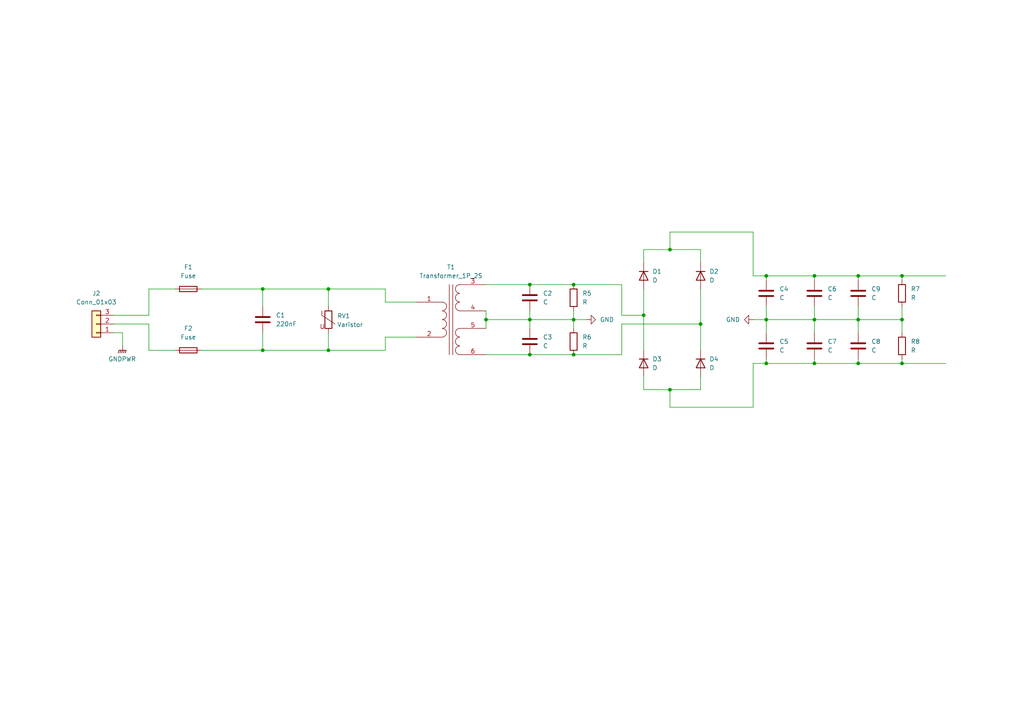
<source format=kicad_sch>
(kicad_sch (version 20231120) (generator "eeschema") (generator_version "8.0")
  (paper "A4")
  (lib_symbols
    (symbol "Connector_Generic:Conn_01x03" (pin_names (offset 1.016) hide)
      (property "Reference" "J" (at 0 5.08 0))
      (property "Value" "Conn_01x03" (at 0 -5.08 0))
      (symbol "Conn_01x03_1_1"
        (rectangle (start -1.27 -2.413) (end 0 -2.667) (stroke (width 0.1524)))
        (rectangle (start -1.27 0.127) (end 0 -0.127) (stroke (width 0.1524)))
        (rectangle (start -1.27 2.667) (end 0 2.413) (stroke (width 0.1524)))
        (rectangle (start -1.27 3.81) (end 1.27 -3.81) (stroke (width 0.254)) (fill (type background)))
        (pin passive line (at -5.08 2.54 0) (length 3.81) (name "Pin_1") (number "1"))
        (pin passive line (at -5.08 0 0) (length 3.81) (name "Pin_2") (number "2"))
        (pin passive line (at -5.08 -2.54 0) (length 3.81) (name "Pin_3") (number "3"))
      )
    )
    (symbol "Device:C" (pin_numbers hide) (pin_names (offset 0.254))
      (property "Reference" "C" (at 0.635 2.54 0))
      (property "Value" "C" (at 0.635 -2.54 0))
      (symbol "C_0_1"
        (polyline (pts (xy -2.032 -0.762) (xy 2.032 -0.762)) (stroke (width 0.508)))
        (polyline (pts (xy -2.032 0.762) (xy 2.032 0.762)) (stroke (width 0.508)))
      )
      (symbol "C_1_1"
        (pin passive line (at 0 3.81 270) (length 2.794) (name "~") (number "1"))
        (pin passive line (at 0 -3.81 90) (length 2.794) (name "~") (number "2"))
      )
    )
    (symbol "Device:D" (pin_numbers hide) (pin_names (offset 1.016) hide)
      (property "Reference" "D" (at 0 2.54 0))
      (property "Value" "D" (at 0 -2.54 0))
      (symbol "D_0_1"
        (polyline (pts (xy -1.27 1.27) (xy -1.27 -1.27)) (stroke (width 0.254)))
        (polyline (pts (xy 1.27 0) (xy -1.27 0)))
        (polyline (pts (xy 1.27 1.27) (xy 1.27 -1.27) (xy -1.27 0) (xy 1.27 1.27)) (stroke (width 0.254)))
      )
      (symbol "D_1_1"
        (pin passive line (at -3.81 0 0) (length 2.54) (name "K") (number "1"))
        (pin passive line (at 3.81 0 180) (length 2.54) (name "A") (number "2"))
      )
    )
    (symbol "Device:Fuse" (pin_numbers hide) (pin_names (offset 0))
      (property "Reference" "F" (at 2.032 0 90))
      (property "Value" "Fuse" (at -1.905 0 90))
      (symbol "Fuse_0_1"
        (rectangle (start -0.762 -2.54) (end 0.762 2.54) (stroke (width 0.254)))
        (polyline (pts (xy 0 2.54) (xy 0 -2.54)))
      )
      (symbol "Fuse_1_1"
        (pin passive line (at 0 3.81 270) (length 1.27) (name "~") (number "1"))
        (pin passive line (at 0 -3.81 90) (length 1.27) (name "~") (number "2"))
      )
    )
    (symbol "Device:R" (pin_numbers hide) (pin_names (offset 0))
      (property "Reference" "R" (at 2.032 0 90))
      (property "Value" "R" (at 0 0 90))
      (symbol "R_0_1"
        (rectangle (start -1.016 -2.54) (end 1.016 2.54) (stroke (width 0.254)))
      )
      (symbol "R_1_1"
        (pin passive line (at 0 3.81 270) (length 1.27) (name "~") (number "1"))
        (pin passive line (at 0 -3.81 90) (length 1.27) (name "~") (number "2"))
      )
    )
    (symbol "Device:Transformer_1P_2S" (pin_names (offset 1.016) hide)
      (property "Reference" "T" (at 0 12.7 0))
      (property "Value" "Transformer_1P_2S" (at 0 -12.7 0))
      (symbol "Transformer_1P_2S_0_1"
        (arc (start -2.54 -5.0546) (mid -1.6599 -4.6901) (end -1.27 -3.81))
        (arc (start -2.54 -2.5146) (mid -1.6599 -2.1501) (end -1.27 -1.27))
        (arc (start -2.54 0.0254) (mid -1.6599 0.3899) (end -1.27 1.27))
        (arc (start -2.54 2.5654) (mid -1.6599 2.9299) (end -1.27 3.81))
        (arc (start -1.27 -3.81) (mid -1.642 -2.912) (end -2.54 -2.54))
        (arc (start -1.27 -1.27) (mid -1.642 -0.372) (end -2.54 0))
        (arc (start -1.27 1.27) (mid -1.642 2.168) (end -2.54 2.54))
        (arc (start -1.27 3.81) (mid -1.642 4.708) (end -2.54 5.08))
        (polyline (pts (xy -0.508 -10.16) (xy -0.508 10.16)))
        (polyline (pts (xy 0.508 10.16) (xy 0.508 -10.16)))
        (arc (start 1.2954 -8.89) (mid 1.6599 -9.7701) (end 2.54 -10.1346))
        (arc (start 1.2954 -6.35) (mid 1.6599 -7.2301) (end 2.54 -7.5946))
        (arc (start 1.2954 -3.81) (mid 1.6599 -4.6901) (end 2.54 -5.0546))
        (arc (start 1.2954 3.81) (mid 1.6599 2.9299) (end 2.54 2.5654))
        (arc (start 1.2954 6.35) (mid 1.6599 5.4699) (end 2.54 5.1054))
        (arc (start 1.2954 8.89) (mid 1.6599 8.0099) (end 2.54 7.6454))
        (arc (start 2.54 -7.62) (mid 1.642 -7.992) (end 1.2954 -8.89))
        (arc (start 2.54 -5.08) (mid 1.642 -5.452) (end 1.2954 -6.35))
        (arc (start 2.54 -2.54) (mid 1.642 -2.912) (end 1.2954 -3.81))
        (arc (start 2.54 5.08) (mid 1.642 4.708) (end 1.2954 3.81))
        (arc (start 2.54 7.62) (mid 1.642 7.248) (end 1.2954 6.35))
        (arc (start 2.54 10.16) (mid 1.642 9.788) (end 1.2954 8.89))
      )
      (symbol "Transformer_1P_2S_1_1"
        (pin passive line (at -10.16 5.08 0) (length 7.62) (name "AA") (number "1"))
        (pin passive line (at -10.16 -5.08 0) (length 7.62) (name "AB") (number "2"))
        (pin passive line (at 10.16 10.16 180) (length 7.62) (name "SA") (number "3"))
        (pin passive line (at 10.16 2.54 180) (length 7.62) (name "SB") (number "4"))
        (pin passive line (at 10.16 -2.54 180) (length 7.62) (name "SC") (number "5"))
        (pin passive line (at 10.16 -10.16 180) (length 7.62) (name "SD") (number "6"))
      )
    )
    (symbol "Device:Varistor" (pin_numbers hide) (pin_names (offset 0))
      (property "Reference" "RV" (at 3.175 0 90))
      (property "Value" "Varistor" (at -3.175 0 90))
      (symbol "Varistor_0_0"
        (text "U" (at -1.778 -2.032 0) (effects (font (size 1.27 1.27))))
      )
      (symbol "Varistor_0_1"
        (rectangle (start -1.016 -2.54) (end 1.016 2.54) (stroke (width 0.254)))
        (polyline (pts (xy -1.905 2.54) (xy -1.905 1.27) (xy 1.905 -1.27)))
      )
      (symbol "Varistor_1_1"
        (pin passive line (at 0 3.81 270) (length 1.27) (name "~") (number "1"))
        (pin passive line (at 0 -3.81 90) (length 1.27) (name "~") (number "2"))
      )
    )
    (symbol "power:GND" (power) (pin_numbers hide) (pin_names (offset 0) hide)
      (property "Value" "GND" (at 0 -3.81 0))
      (symbol "GND_0_1"
        (polyline (pts (xy 0 0) (xy 0 -1.27) (xy 1.27 -1.27) (xy 0 -2.54) (xy -1.27 -1.27) (xy 0 -1.27)))
      )
      (symbol "GND_1_1"
        (pin power_in line (at 0 0 270) (length 0) (name "~") (number "1"))
      )
    )
    (symbol "power:GNDPWR" (power) (pin_numbers hide) (pin_names (offset 0) hide)
      (property "Value" "GNDPWR" (at 0 -3.302 0))
      (symbol "GNDPWR_0_1"
        (polyline (pts (xy 0 -1.27) (xy 0 0)))
        (polyline (pts (xy -1.016 -1.27) (xy -1.27 -2.032) (xy -1.27 -2.032)) (stroke (width 0.2032)))
        (polyline (pts (xy -0.508 -1.27) (xy -0.762 -2.032) (xy -0.762 -2.032)) (stroke (width 0.2032)))
        (polyline (pts (xy 0 -1.27) (xy -0.254 -2.032) (xy -0.254 -2.032)) (stroke (width 0.2032)))
        (polyline (pts (xy 0.508 -1.27) (xy 0.254 -2.032) (xy 0.254 -2.032)) (stroke (width 0.2032)))
        (polyline (pts (xy 1.016 -1.27) (xy -1.016 -1.27) (xy -1.016 -1.27)) (stroke (width 0.2032)))
        (polyline (pts (xy 1.016 -1.27) (xy 0.762 -2.032) (xy 0.762 -2.032) (xy 0.762 -2.032)) (stroke (width 0.2032)))
      )
      (symbol "GNDPWR_1_1"
        (pin power_in line (at 0 0 270) (length 0) (name "~") (number "1"))
      )
    )
  )
  (junction (at 166.37 102.87))
  (junction (at 95.25 101.6))
  (junction (at 261.62 80.01))
  (junction (at 153.67 82.55))
  (junction (at 222.25 80.01))
  (junction (at 236.22 80.01))
  (junction (at 153.67 102.87))
  (junction (at 236.22 92.71))
  (junction (at 166.37 92.71))
  (junction (at 236.22 105.41))
  (junction (at 76.2 101.6))
  (junction (at 140.97 92.71))
  (junction (at 248.92 92.71))
  (junction (at 166.37 82.55))
  (junction (at 194.31 72.39))
  (junction (at 222.25 92.71))
  (junction (at 222.25 105.41))
  (junction (at 76.2 83.82))
  (junction (at 261.62 92.71))
  (junction (at 186.69 91.44))
  (junction (at 153.67 92.71))
  (junction (at 194.31 113.03))
  (junction (at 203.2 93.98))
  (junction (at 248.92 105.41))
  (junction (at 261.62 105.41))
  (junction (at 95.25 83.82))
  (junction (at 248.92 80.01))
  (wire (pts (xy 186.69 109.22) (xy 186.69 113.03)))
  (wire (pts (xy 43.18 93.98) (xy 43.18 101.6)))
  (wire (pts (xy 248.92 88.9) (xy 248.92 92.71)))
  (wire (pts (xy 153.67 92.71) (xy 153.67 95.25)))
  (wire (pts (xy 180.34 102.87) (xy 180.34 93.98)))
  (wire (pts (xy 261.62 105.41) (xy 274.32 105.41)))
  (wire (pts (xy 186.69 91.44) (xy 186.69 101.6)))
  (wire (pts (xy 33.02 93.98) (xy 43.18 93.98)))
  (wire (pts (xy 140.97 82.55) (xy 153.67 82.55)))
  (wire (pts (xy 95.25 83.82) (xy 95.25 88.9)))
  (wire (pts (xy 218.44 92.71) (xy 222.25 92.71)))
  (wire (pts (xy 180.34 82.55) (xy 180.34 91.44)))
  (wire (pts (xy 248.92 105.41) (xy 261.62 105.41)))
  (wire (pts (xy 180.34 93.98) (xy 203.2 93.98)))
  (wire (pts (xy 166.37 82.55) (xy 180.34 82.55)))
  (wire (pts (xy 111.76 97.79) (xy 120.65 97.79)))
  (wire (pts (xy 261.62 80.01) (xy 274.32 80.01)))
  (wire (pts (xy 222.25 80.01) (xy 236.22 80.01)))
  (wire (pts (xy 33.02 96.52) (xy 35.56 96.52)))
  (wire (pts (xy 194.31 113.03) (xy 186.69 113.03)))
  (wire (pts (xy 43.18 101.6) (xy 50.8 101.6)))
  (wire (pts (xy 194.31 67.31) (xy 218.44 67.31)))
  (wire (pts (xy 248.92 92.71) (xy 261.62 92.71)))
  (wire (pts (xy 261.62 88.9) (xy 261.62 92.71)))
  (wire (pts (xy 222.25 104.14) (xy 222.25 105.41)))
  (wire (pts (xy 166.37 92.71) (xy 166.37 95.25)))
  (wire (pts (xy 194.31 113.03) (xy 194.31 118.11)))
  (wire (pts (xy 248.92 80.01) (xy 261.62 80.01)))
  (wire (pts (xy 43.18 83.82) (xy 50.8 83.82)))
  (wire (pts (xy 76.2 83.82) (xy 76.2 88.9)))
  (wire (pts (xy 222.25 92.71) (xy 222.25 96.52)))
  (wire (pts (xy 186.69 72.39) (xy 194.31 72.39)))
  (wire (pts (xy 95.25 96.52) (xy 95.25 101.6)))
  (wire (pts (xy 76.2 83.82) (xy 95.25 83.82)))
  (wire (pts (xy 248.92 92.71) (xy 248.92 96.52)))
  (wire (pts (xy 236.22 104.14) (xy 236.22 105.41)))
  (wire (pts (xy 153.67 82.55) (xy 166.37 82.55)))
  (wire (pts (xy 33.02 91.44) (xy 43.18 91.44)))
  (wire (pts (xy 58.42 101.6) (xy 76.2 101.6)))
  (wire (pts (xy 111.76 83.82) (xy 111.76 87.63)))
  (wire (pts (xy 166.37 90.17) (xy 166.37 92.71)))
  (wire (pts (xy 236.22 92.71) (xy 248.92 92.71)))
  (wire (pts (xy 248.92 104.14) (xy 248.92 105.41)))
  (wire (pts (xy 35.56 100.33) (xy 35.56 96.52)))
  (wire (pts (xy 203.2 109.22) (xy 203.2 113.03)))
  (wire (pts (xy 140.97 102.87) (xy 153.67 102.87)))
  (wire (pts (xy 140.97 92.71) (xy 153.67 92.71)))
  (wire (pts (xy 203.2 113.03) (xy 194.31 113.03)))
  (wire (pts (xy 261.62 81.28) (xy 261.62 80.01)))
  (wire (pts (xy 203.2 83.82) (xy 203.2 93.98)))
  (wire (pts (xy 95.25 101.6) (xy 111.76 101.6)))
  (wire (pts (xy 218.44 67.31) (xy 218.44 80.01)))
  (wire (pts (xy 222.25 105.41) (xy 236.22 105.41)))
  (wire (pts (xy 194.31 72.39) (xy 203.2 72.39)))
  (wire (pts (xy 261.62 105.41) (xy 261.62 104.14)))
  (wire (pts (xy 58.42 83.82) (xy 76.2 83.82)))
  (wire (pts (xy 261.62 96.52) (xy 261.62 92.71)))
  (wire (pts (xy 186.69 83.82) (xy 186.69 91.44)))
  (wire (pts (xy 236.22 92.71) (xy 236.22 96.52)))
  (wire (pts (xy 236.22 88.9) (xy 236.22 92.71)))
  (wire (pts (xy 186.69 76.2) (xy 186.69 72.39)))
  (wire (pts (xy 111.76 87.63) (xy 120.65 87.63)))
  (wire (pts (xy 236.22 80.01) (xy 236.22 81.28)))
  (wire (pts (xy 153.67 90.17) (xy 153.67 92.71)))
  (wire (pts (xy 140.97 90.17) (xy 140.97 92.71)))
  (wire (pts (xy 111.76 101.6) (xy 111.76 97.79)))
  (wire (pts (xy 203.2 72.39) (xy 203.2 76.2)))
  (wire (pts (xy 218.44 80.01) (xy 222.25 80.01)))
  (wire (pts (xy 222.25 80.01) (xy 222.25 81.28)))
  (wire (pts (xy 153.67 92.71) (xy 166.37 92.71)))
  (wire (pts (xy 218.44 118.11) (xy 218.44 105.41)))
  (wire (pts (xy 43.18 83.82) (xy 43.18 91.44)))
  (wire (pts (xy 194.31 118.11) (xy 218.44 118.11)))
  (wire (pts (xy 76.2 96.52) (xy 76.2 101.6)))
  (wire (pts (xy 236.22 80.01) (xy 248.92 80.01)))
  (wire (pts (xy 140.97 92.71) (xy 140.97 95.25)))
  (wire (pts (xy 222.25 88.9) (xy 222.25 92.71)))
  (wire (pts (xy 203.2 93.98) (xy 203.2 101.6)))
  (wire (pts (xy 236.22 105.41) (xy 248.92 105.41)))
  (wire (pts (xy 76.2 101.6) (xy 95.25 101.6)))
  (wire (pts (xy 222.25 92.71) (xy 236.22 92.71)))
  (wire (pts (xy 218.44 105.41) (xy 222.25 105.41)))
  (wire (pts (xy 166.37 92.71) (xy 170.18 92.71)))
  (wire (pts (xy 166.37 102.87) (xy 180.34 102.87)))
  (wire (pts (xy 194.31 72.39) (xy 194.31 67.31)))
  (wire (pts (xy 153.67 102.87) (xy 166.37 102.87)))
  (wire (pts (xy 95.25 83.82) (xy 111.76 83.82)))
  (wire (pts (xy 180.34 91.44) (xy 186.69 91.44)))
  (wire (pts (xy 248.92 80.01) (xy 248.92 81.28)))
  (symbol (lib_id "Device:R") (at 166.37 86.36 0) (unit 1)
    (property "Reference" "R5" (at 168.91 85.0899 0) (effects (justify left)))
    (property "Value" "R" (at 168.91 87.6299 0) (effects (justify left)))
    (property "Description" "Resistor" (effects (hide yes)))
  )
  (symbol (lib_id "Device:R") (at 166.37 99.06 0) (unit 1)
    (property "Reference" "R6" (at 168.91 97.7899 0) (effects (justify left)))
    (property "Value" "R" (at 168.91 100.3299 0) (effects (justify left)))
    (property "Description" "Resistor" (effects (hide yes)))
  )
  (symbol (lib_id "Device:C") (at 153.67 99.06 0) (unit 1)
    (property "Reference" "C3" (at 157.48 97.7899 0) (effects (justify left)))
    (property "Value" "C" (at 157.48 100.3299 0) (effects (justify left)))
    (property "Description" "Unpolarized capacitor" (effects (hide yes)))
  )
  (symbol (lib_id "power:GND") (at 218.44 92.71 270) (unit 1)
    (property "Reference" "#PWR03" (effects (hide yes)))
    (property "Value" "GND" (at 214.63 92.7099 90) (effects (justify right)))
    (property "Description" "Power symbol creates a global label with name \"GND\" , ground" (effects (hide yes)))
  )
  (symbol (lib_id "Device:Transformer_1P_2S") (at 130.81 92.71 0) (unit 1)
    (property "Reference" "T1" (at 130.81 77.47 0))
    (property "Value" "Transformer_1P_2S" (at 130.81 80.01 0))
    (property "Description" "Transformer, single primary, dual secondary" (effects (hide yes)))
  )
  (symbol (lib_id "Device:R") (at 261.62 85.09 0) (unit 1)
    (property "Reference" "R7" (at 264.16 83.8199 0) (effects (justify left)))
    (property "Value" "R" (at 264.16 86.3599 0) (effects (justify left)))
    (property "Description" "Resistor" (effects (hide yes)))
  )
  (symbol (lib_id "Device:C") (at 248.92 100.33 0) (unit 1)
    (property "Reference" "C8" (at 252.73 99.0599 0) (effects (justify left)))
    (property "Value" "C" (at 252.73 101.5999 0) (effects (justify left)))
    (property "Description" "Unpolarized capacitor" (effects (hide yes)))
  )
  (symbol (lib_id "Device:C") (at 236.22 100.33 0) (unit 1)
    (property "Reference" "C7" (at 240.03 99.0599 0) (effects (justify left)))
    (property "Value" "C" (at 240.03 101.5999 0) (effects (justify left)))
    (property "Description" "Unpolarized capacitor" (effects (hide yes)))
  )
  (symbol (lib_id "Device:Fuse") (at 54.61 101.6 90) (unit 1)
    (property "Reference" "F2" (at 54.61 95.25 90))
    (property "Value" "Fuse" (at 54.61 97.79 90))
    (property "Description" "Fuse" (effects (hide yes)))
  )
  (symbol (lib_id "Device:R") (at 261.62 100.33 0) (unit 1)
    (property "Reference" "R8" (at 264.16 99.0599 0) (effects (justify left)))
    (property "Value" "R" (at 264.16 101.5999 0) (effects (justify left)))
    (property "Description" "Resistor" (effects (hide yes)))
  )
  (symbol (lib_id "Device:C") (at 222.25 85.09 0) (unit 1)
    (property "Reference" "C4" (at 226.06 83.8199 0) (effects (justify left)))
    (property "Value" "C" (at 226.06 86.3599 0) (effects (justify left)))
    (property "Description" "Unpolarized capacitor" (effects (hide yes)))
  )
  (symbol (lib_id "Device:D") (at 186.69 105.41 270) (unit 1)
    (property "Reference" "D3" (at 189.23 104.1399 90) (effects (justify left)))
    (property "Value" "D" (at 189.23 106.6799 90) (effects (justify left)))
    (property "Description" "Diode" (effects (hide yes)))
    (property "Sim.Device" "D" (effects (hide yes)))
    (property "Sim.Pins" "1=K 2=A" (effects (hide yes)))
  )
  (symbol (lib_id "Device:Varistor") (at 95.25 92.71 0) (unit 1)
    (property "Reference" "RV1" (at 97.79 91.6332 0) (effects (justify left)))
    (property "Value" "Varistor" (at 97.79 94.1732 0) (effects (justify left)))
    (property "Description" "Voltage dependent resistor" (effects (hide yes)))
    (property "Sim.Name" "kicad_builtin_varistor" (effects (hide yes)))
    (property "Sim.Device" "SUBCKT" (effects (hide yes)))
    (property "Sim.Pins" "1=A 2=B" (effects (hide yes)))
    (property "Sim.Params" "threshold=1k" (effects (hide yes)))
    (property "Sim.Library" "${KICAD7_SYMBOL_DIR}/Simulation_SPICE.sp" (effects (hide yes)))
  )
  (symbol (lib_id "Device:D") (at 203.2 105.41 270) (unit 1)
    (property "Reference" "D4" (at 205.74 104.1399 90) (effects (justify left)))
    (property "Value" "D" (at 205.74 106.6799 90) (effects (justify left)))
    (property "Description" "Diode" (effects (hide yes)))
    (property "Sim.Device" "D" (effects (hide yes)))
    (property "Sim.Pins" "1=K 2=A" (effects (hide yes)))
  )
  (symbol (lib_id "Device:D") (at 203.2 80.01 270) (unit 1)
    (property "Reference" "D2" (at 205.74 78.7399 90) (effects (justify left)))
    (property "Value" "D" (at 205.74 81.2799 90) (effects (justify left)))
    (property "Description" "Diode" (effects (hide yes)))
    (property "Sim.Device" "D" (effects (hide yes)))
    (property "Sim.Pins" "1=K 2=A" (effects (hide yes)))
  )
  (symbol (lib_id "Connector_Generic:Conn_01x03") (at 27.94 93.98 180) (unit 1)
    (property "Reference" "J2" (at 27.94 85.09 0))
    (property "Value" "Conn_01x03" (at 27.94 87.63 0))
    (property "Description" "Generic connector, single row, 01x03, script generated (kicad-library-utils/schlib/autogen/connector/)" (effects (hide yes)))
  )
  (symbol (lib_id "Device:D") (at 186.69 80.01 270) (unit 1)
    (property "Reference" "D1" (at 189.23 78.7399 90) (effects (justify left)))
    (property "Value" "D" (at 189.23 81.2799 90) (effects (justify left)))
    (property "Description" "Diode" (effects (hide yes)))
    (property "Sim.Device" "D" (effects (hide yes)))
    (property "Sim.Pins" "1=K 2=A" (effects (hide yes)))
  )
  (symbol (lib_id "Device:C") (at 236.22 85.09 0) (unit 1)
    (property "Reference" "C6" (at 240.03 83.8199 0) (effects (justify left)))
    (property "Value" "C" (at 240.03 86.3599 0) (effects (justify left)))
    (property "Description" "Unpolarized capacitor" (effects (hide yes)))
  )
  (symbol (lib_id "Device:C") (at 76.2 92.71 0) (unit 1)
    (property "Reference" "C1" (at 80.01 91.4399 0) (effects (justify left)))
    (property "Value" "220nF" (at 80.01 93.9799 0) (effects (justify left)))
    (property "Description" "Unpolarized capacitor" (effects (hide yes)))
  )
  (symbol (lib_id "Device:C") (at 222.25 100.33 0) (unit 1)
    (property "Reference" "C5" (at 226.06 99.0599 0) (effects (justify left)))
    (property "Value" "C" (at 226.06 101.5999 0) (effects (justify left)))
    (property "Description" "Unpolarized capacitor" (effects (hide yes)))
  )
  (symbol (lib_id "Device:C") (at 153.67 86.36 0) (unit 1)
    (property "Reference" "C2" (at 157.48 85.0899 0) (effects (justify left)))
    (property "Value" "C" (at 157.48 87.6299 0) (effects (justify left)))
    (property "Description" "Unpolarized capacitor" (effects (hide yes)))
  )
  (symbol (lib_id "power:GNDPWR") (at 35.56 100.33 0) (unit 1)
    (property "Reference" "#PWR01" (effects (hide yes)))
    (property "Value" "GNDPWR" (at 35.433 104.14 0))
    (property "Description" "Power symbol creates a global label with name \"GNDPWR\" , global ground" (effects (hide yes)))
  )
  (symbol (lib_id "Device:Fuse") (at 54.61 83.82 90) (unit 1)
    (property "Reference" "F1" (at 54.61 77.47 90))
    (property "Value" "Fuse" (at 54.61 80.01 90))
    (property "Description" "Fuse" (effects (hide yes)))
  )
  (symbol (lib_id "Device:C") (at 248.92 85.09 0) (unit 1)
    (property "Reference" "C9" (at 252.73 83.8199 0) (effects (justify left)))
    (property "Value" "C" (at 252.73 86.3599 0) (effects (justify left)))
    (property "Description" "Unpolarized capacitor" (effects (hide yes)))
  )
  (symbol (lib_id "power:GND") (at 170.18 92.71 90) (unit 1)
    (property "Reference" "#PWR02" (effects (hide yes)))
    (property "Value" "GND" (at 173.99 92.7099 90) (effects (justify right)))
    (property "Description" "Power symbol creates a global label with name \"GND\" , ground" (effects (hide yes)))
  )
)
</source>
